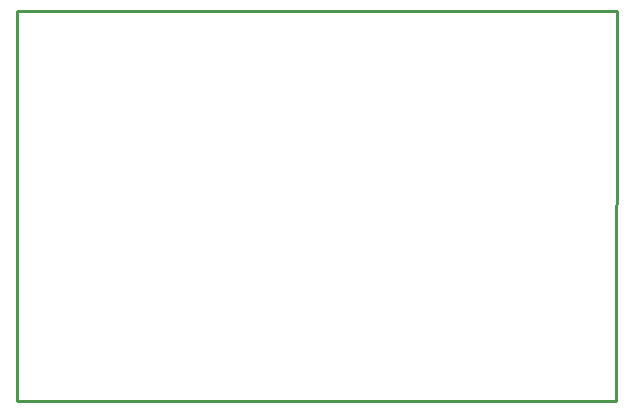
<source format=gbr>
G04 EAGLE Gerber RS-274X export*
G75*
%MOMM*%
%FSLAX34Y34*%
%LPD*%
%IN*%
%IPPOS*%
%AMOC8*
5,1,8,0,0,1.08239X$1,22.5*%
G01*
%ADD10C,0.254000*%


D10*
X0Y0D02*
X507800Y0D01*
X508000Y330200D01*
X0Y330200D01*
X0Y0D01*
M02*

</source>
